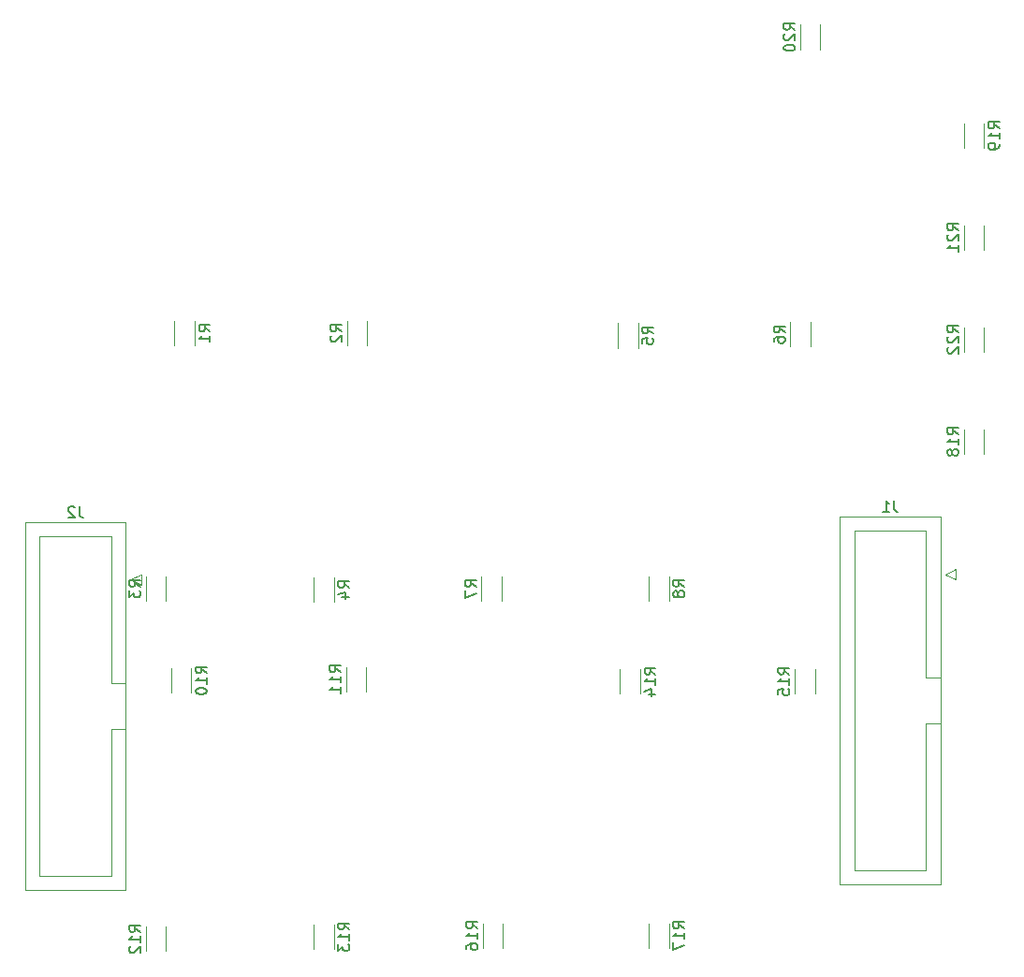
<source format=gbr>
%TF.GenerationSoftware,KiCad,Pcbnew,5.1.5+dfsg1-2build2*%
%TF.CreationDate,2020-08-29T23:52:12+02:00*%
%TF.ProjectId,sequencer-pcb,73657175-656e-4636-9572-2d7063622e6b,rev?*%
%TF.SameCoordinates,Original*%
%TF.FileFunction,Legend,Bot*%
%TF.FilePolarity,Positive*%
%FSLAX46Y46*%
G04 Gerber Fmt 4.6, Leading zero omitted, Abs format (unit mm)*
G04 Created by KiCad (PCBNEW 5.1.5+dfsg1-2build2) date 2020-08-29 23:52:12*
%MOMM*%
%LPD*%
G04 APERTURE LIST*
%ADD10C,0.120000*%
%ADD11C,0.150000*%
G04 APERTURE END LIST*
D10*
%TO.C,J2*%
X111390000Y-97790000D02*
X102270000Y-97790000D01*
X102270000Y-97790000D02*
X102270000Y-131070000D01*
X102270000Y-131070000D02*
X111390000Y-131070000D01*
X111390000Y-131070000D02*
X111390000Y-97790000D01*
X111390000Y-112380000D02*
X110080000Y-112380000D01*
X110080000Y-112380000D02*
X110080000Y-99090000D01*
X110080000Y-99090000D02*
X103580000Y-99090000D01*
X103580000Y-99090000D02*
X103580000Y-129770000D01*
X103580000Y-129770000D02*
X110080000Y-129770000D01*
X110080000Y-129770000D02*
X110080000Y-116480000D01*
X110080000Y-116480000D02*
X110080000Y-116480000D01*
X110080000Y-116480000D02*
X111390000Y-116480000D01*
X111780000Y-103000000D02*
X112780000Y-102500000D01*
X112780000Y-102500000D02*
X112780000Y-103500000D01*
X112780000Y-103500000D02*
X111780000Y-103000000D01*
%TO.C,J1*%
X186476000Y-103002000D02*
X185476000Y-102502000D01*
X186476000Y-102002000D02*
X186476000Y-103002000D01*
X185476000Y-102502000D02*
X186476000Y-102002000D01*
X183776000Y-115982000D02*
X185086000Y-115982000D01*
X183776000Y-115982000D02*
X183776000Y-115982000D01*
X183776000Y-129272000D02*
X183776000Y-115982000D01*
X177276000Y-129272000D02*
X183776000Y-129272000D01*
X177276000Y-98592000D02*
X177276000Y-129272000D01*
X183776000Y-98592000D02*
X177276000Y-98592000D01*
X183776000Y-111882000D02*
X183776000Y-98592000D01*
X185086000Y-111882000D02*
X183776000Y-111882000D01*
X185086000Y-130572000D02*
X185086000Y-97292000D01*
X175966000Y-130572000D02*
X185086000Y-130572000D01*
X175966000Y-97292000D02*
X175966000Y-130572000D01*
X185086000Y-97292000D02*
X175966000Y-97292000D01*
%TO.C,R15*%
X171890000Y-111088748D02*
X171890000Y-113311252D01*
X173710000Y-111088748D02*
X173710000Y-113311252D01*
%TO.C,R22*%
X189010000Y-80155414D02*
X189010000Y-82377918D01*
X187190000Y-80155414D02*
X187190000Y-82377918D01*
%TO.C,R21*%
X189010000Y-70922081D02*
X189010000Y-73144585D01*
X187190000Y-70922081D02*
X187190000Y-73144585D01*
%TO.C,R20*%
X174210000Y-52788748D02*
X174210000Y-55011252D01*
X172390000Y-52788748D02*
X172390000Y-55011252D01*
%TO.C,R19*%
X187190000Y-63911252D02*
X187190000Y-61688748D01*
X189010000Y-63911252D02*
X189010000Y-61688748D01*
%TO.C,R18*%
X189010000Y-89388748D02*
X189010000Y-91611252D01*
X187190000Y-89388748D02*
X187190000Y-91611252D01*
%TO.C,R17*%
X160510000Y-136311252D02*
X160510000Y-134088748D01*
X158690000Y-136311252D02*
X158690000Y-134088748D01*
%TO.C,R16*%
X143690000Y-134088748D02*
X143690000Y-136311252D01*
X145510000Y-134088748D02*
X145510000Y-136311252D01*
%TO.C,R14*%
X157910000Y-113311252D02*
X157910000Y-111088748D01*
X156090000Y-113311252D02*
X156090000Y-111088748D01*
%TO.C,R13*%
X128390000Y-136411252D02*
X128390000Y-134188748D01*
X130210000Y-136411252D02*
X130210000Y-134188748D01*
%TO.C,R12*%
X113190000Y-134388748D02*
X113190000Y-136611252D01*
X115010000Y-134388748D02*
X115010000Y-136611252D01*
%TO.C,R11*%
X131290000Y-110888748D02*
X131290000Y-113111252D01*
X133110000Y-110888748D02*
X133110000Y-113111252D01*
%TO.C,R10*%
X117310000Y-113211252D02*
X117310000Y-110988748D01*
X115490000Y-113211252D02*
X115490000Y-110988748D01*
%TO.C,R8*%
X160510000Y-104911252D02*
X160510000Y-102688748D01*
X158690000Y-104911252D02*
X158690000Y-102688748D01*
%TO.C,R7*%
X145368000Y-102688748D02*
X145368000Y-104911252D01*
X143548000Y-102688748D02*
X143548000Y-104911252D01*
%TO.C,R6*%
X173310000Y-79688748D02*
X173310000Y-81911252D01*
X171490000Y-79688748D02*
X171490000Y-81911252D01*
%TO.C,R5*%
X157710000Y-82011252D02*
X157710000Y-79788748D01*
X155890000Y-82011252D02*
X155890000Y-79788748D01*
%TO.C,R4*%
X130210000Y-105011252D02*
X130210000Y-102788748D01*
X128390000Y-105011252D02*
X128390000Y-102788748D01*
%TO.C,R3*%
X113190000Y-102688748D02*
X113190000Y-104911252D01*
X115010000Y-102688748D02*
X115010000Y-104911252D01*
%TO.C,R2*%
X131390000Y-79588748D02*
X131390000Y-81811252D01*
X133210000Y-79588748D02*
X133210000Y-81811252D01*
%TO.C,R1*%
X117610000Y-81811252D02*
X117610000Y-79588748D01*
X115790000Y-81811252D02*
X115790000Y-79588748D01*
%TO.C,J2*%
D11*
X107163333Y-96352380D02*
X107163333Y-97066666D01*
X107210952Y-97209523D01*
X107306190Y-97304761D01*
X107449047Y-97352380D01*
X107544285Y-97352380D01*
X106734761Y-96447619D02*
X106687142Y-96400000D01*
X106591904Y-96352380D01*
X106353809Y-96352380D01*
X106258571Y-96400000D01*
X106210952Y-96447619D01*
X106163333Y-96542857D01*
X106163333Y-96638095D01*
X106210952Y-96780952D01*
X106782380Y-97352380D01*
X106163333Y-97352380D01*
%TO.C,J1*%
X180859333Y-95854380D02*
X180859333Y-96568666D01*
X180906952Y-96711523D01*
X181002190Y-96806761D01*
X181145047Y-96854380D01*
X181240285Y-96854380D01*
X179859333Y-96854380D02*
X180430761Y-96854380D01*
X180145047Y-96854380D02*
X180145047Y-95854380D01*
X180240285Y-95997238D01*
X180335523Y-96092476D01*
X180430761Y-96140095D01*
%TO.C,R15*%
X171402380Y-111557142D02*
X170926190Y-111223809D01*
X171402380Y-110985714D02*
X170402380Y-110985714D01*
X170402380Y-111366666D01*
X170450000Y-111461904D01*
X170497619Y-111509523D01*
X170592857Y-111557142D01*
X170735714Y-111557142D01*
X170830952Y-111509523D01*
X170878571Y-111461904D01*
X170926190Y-111366666D01*
X170926190Y-110985714D01*
X171402380Y-112509523D02*
X171402380Y-111938095D01*
X171402380Y-112223809D02*
X170402380Y-112223809D01*
X170545238Y-112128571D01*
X170640476Y-112033333D01*
X170688095Y-111938095D01*
X170402380Y-113414285D02*
X170402380Y-112938095D01*
X170878571Y-112890476D01*
X170830952Y-112938095D01*
X170783333Y-113033333D01*
X170783333Y-113271428D01*
X170830952Y-113366666D01*
X170878571Y-113414285D01*
X170973809Y-113461904D01*
X171211904Y-113461904D01*
X171307142Y-113414285D01*
X171354761Y-113366666D01*
X171402380Y-113271428D01*
X171402380Y-113033333D01*
X171354761Y-112938095D01*
X171307142Y-112890476D01*
%TO.C,R22*%
X186702380Y-80623808D02*
X186226190Y-80290475D01*
X186702380Y-80052380D02*
X185702380Y-80052380D01*
X185702380Y-80433332D01*
X185750000Y-80528570D01*
X185797619Y-80576189D01*
X185892857Y-80623808D01*
X186035714Y-80623808D01*
X186130952Y-80576189D01*
X186178571Y-80528570D01*
X186226190Y-80433332D01*
X186226190Y-80052380D01*
X185797619Y-81004761D02*
X185750000Y-81052380D01*
X185702380Y-81147618D01*
X185702380Y-81385713D01*
X185750000Y-81480951D01*
X185797619Y-81528570D01*
X185892857Y-81576189D01*
X185988095Y-81576189D01*
X186130952Y-81528570D01*
X186702380Y-80957142D01*
X186702380Y-81576189D01*
X185797619Y-81957142D02*
X185750000Y-82004761D01*
X185702380Y-82099999D01*
X185702380Y-82338094D01*
X185750000Y-82433332D01*
X185797619Y-82480951D01*
X185892857Y-82528570D01*
X185988095Y-82528570D01*
X186130952Y-82480951D01*
X186702380Y-81909523D01*
X186702380Y-82528570D01*
%TO.C,R21*%
X186702380Y-71390475D02*
X186226190Y-71057142D01*
X186702380Y-70819047D02*
X185702380Y-70819047D01*
X185702380Y-71199999D01*
X185750000Y-71295237D01*
X185797619Y-71342856D01*
X185892857Y-71390475D01*
X186035714Y-71390475D01*
X186130952Y-71342856D01*
X186178571Y-71295237D01*
X186226190Y-71199999D01*
X186226190Y-70819047D01*
X185797619Y-71771428D02*
X185750000Y-71819047D01*
X185702380Y-71914285D01*
X185702380Y-72152380D01*
X185750000Y-72247618D01*
X185797619Y-72295237D01*
X185892857Y-72342856D01*
X185988095Y-72342856D01*
X186130952Y-72295237D01*
X186702380Y-71723809D01*
X186702380Y-72342856D01*
X186702380Y-73295237D02*
X186702380Y-72723809D01*
X186702380Y-73009523D02*
X185702380Y-73009523D01*
X185845238Y-72914285D01*
X185940476Y-72819047D01*
X185988095Y-72723809D01*
%TO.C,R20*%
X171902380Y-53257142D02*
X171426190Y-52923809D01*
X171902380Y-52685714D02*
X170902380Y-52685714D01*
X170902380Y-53066666D01*
X170950000Y-53161904D01*
X170997619Y-53209523D01*
X171092857Y-53257142D01*
X171235714Y-53257142D01*
X171330952Y-53209523D01*
X171378571Y-53161904D01*
X171426190Y-53066666D01*
X171426190Y-52685714D01*
X170997619Y-53638095D02*
X170950000Y-53685714D01*
X170902380Y-53780952D01*
X170902380Y-54019047D01*
X170950000Y-54114285D01*
X170997619Y-54161904D01*
X171092857Y-54209523D01*
X171188095Y-54209523D01*
X171330952Y-54161904D01*
X171902380Y-53590476D01*
X171902380Y-54209523D01*
X170902380Y-54828571D02*
X170902380Y-54923809D01*
X170950000Y-55019047D01*
X170997619Y-55066666D01*
X171092857Y-55114285D01*
X171283333Y-55161904D01*
X171521428Y-55161904D01*
X171711904Y-55114285D01*
X171807142Y-55066666D01*
X171854761Y-55019047D01*
X171902380Y-54923809D01*
X171902380Y-54828571D01*
X171854761Y-54733333D01*
X171807142Y-54685714D01*
X171711904Y-54638095D01*
X171521428Y-54590476D01*
X171283333Y-54590476D01*
X171092857Y-54638095D01*
X170997619Y-54685714D01*
X170950000Y-54733333D01*
X170902380Y-54828571D01*
%TO.C,R19*%
X190402380Y-62157142D02*
X189926190Y-61823809D01*
X190402380Y-61585714D02*
X189402380Y-61585714D01*
X189402380Y-61966666D01*
X189450000Y-62061904D01*
X189497619Y-62109523D01*
X189592857Y-62157142D01*
X189735714Y-62157142D01*
X189830952Y-62109523D01*
X189878571Y-62061904D01*
X189926190Y-61966666D01*
X189926190Y-61585714D01*
X190402380Y-63109523D02*
X190402380Y-62538095D01*
X190402380Y-62823809D02*
X189402380Y-62823809D01*
X189545238Y-62728571D01*
X189640476Y-62633333D01*
X189688095Y-62538095D01*
X190402380Y-63585714D02*
X190402380Y-63776190D01*
X190354761Y-63871428D01*
X190307142Y-63919047D01*
X190164285Y-64014285D01*
X189973809Y-64061904D01*
X189592857Y-64061904D01*
X189497619Y-64014285D01*
X189450000Y-63966666D01*
X189402380Y-63871428D01*
X189402380Y-63680952D01*
X189450000Y-63585714D01*
X189497619Y-63538095D01*
X189592857Y-63490476D01*
X189830952Y-63490476D01*
X189926190Y-63538095D01*
X189973809Y-63585714D01*
X190021428Y-63680952D01*
X190021428Y-63871428D01*
X189973809Y-63966666D01*
X189926190Y-64014285D01*
X189830952Y-64061904D01*
%TO.C,R18*%
X186702380Y-89857142D02*
X186226190Y-89523809D01*
X186702380Y-89285714D02*
X185702380Y-89285714D01*
X185702380Y-89666666D01*
X185750000Y-89761904D01*
X185797619Y-89809523D01*
X185892857Y-89857142D01*
X186035714Y-89857142D01*
X186130952Y-89809523D01*
X186178571Y-89761904D01*
X186226190Y-89666666D01*
X186226190Y-89285714D01*
X186702380Y-90809523D02*
X186702380Y-90238095D01*
X186702380Y-90523809D02*
X185702380Y-90523809D01*
X185845238Y-90428571D01*
X185940476Y-90333333D01*
X185988095Y-90238095D01*
X186130952Y-91380952D02*
X186083333Y-91285714D01*
X186035714Y-91238095D01*
X185940476Y-91190476D01*
X185892857Y-91190476D01*
X185797619Y-91238095D01*
X185750000Y-91285714D01*
X185702380Y-91380952D01*
X185702380Y-91571428D01*
X185750000Y-91666666D01*
X185797619Y-91714285D01*
X185892857Y-91761904D01*
X185940476Y-91761904D01*
X186035714Y-91714285D01*
X186083333Y-91666666D01*
X186130952Y-91571428D01*
X186130952Y-91380952D01*
X186178571Y-91285714D01*
X186226190Y-91238095D01*
X186321428Y-91190476D01*
X186511904Y-91190476D01*
X186607142Y-91238095D01*
X186654761Y-91285714D01*
X186702380Y-91380952D01*
X186702380Y-91571428D01*
X186654761Y-91666666D01*
X186607142Y-91714285D01*
X186511904Y-91761904D01*
X186321428Y-91761904D01*
X186226190Y-91714285D01*
X186178571Y-91666666D01*
X186130952Y-91571428D01*
%TO.C,R17*%
X161902380Y-134557142D02*
X161426190Y-134223809D01*
X161902380Y-133985714D02*
X160902380Y-133985714D01*
X160902380Y-134366666D01*
X160950000Y-134461904D01*
X160997619Y-134509523D01*
X161092857Y-134557142D01*
X161235714Y-134557142D01*
X161330952Y-134509523D01*
X161378571Y-134461904D01*
X161426190Y-134366666D01*
X161426190Y-133985714D01*
X161902380Y-135509523D02*
X161902380Y-134938095D01*
X161902380Y-135223809D02*
X160902380Y-135223809D01*
X161045238Y-135128571D01*
X161140476Y-135033333D01*
X161188095Y-134938095D01*
X160902380Y-135842857D02*
X160902380Y-136509523D01*
X161902380Y-136080952D01*
%TO.C,R16*%
X143202380Y-134557142D02*
X142726190Y-134223809D01*
X143202380Y-133985714D02*
X142202380Y-133985714D01*
X142202380Y-134366666D01*
X142250000Y-134461904D01*
X142297619Y-134509523D01*
X142392857Y-134557142D01*
X142535714Y-134557142D01*
X142630952Y-134509523D01*
X142678571Y-134461904D01*
X142726190Y-134366666D01*
X142726190Y-133985714D01*
X143202380Y-135509523D02*
X143202380Y-134938095D01*
X143202380Y-135223809D02*
X142202380Y-135223809D01*
X142345238Y-135128571D01*
X142440476Y-135033333D01*
X142488095Y-134938095D01*
X142202380Y-136366666D02*
X142202380Y-136176190D01*
X142250000Y-136080952D01*
X142297619Y-136033333D01*
X142440476Y-135938095D01*
X142630952Y-135890476D01*
X143011904Y-135890476D01*
X143107142Y-135938095D01*
X143154761Y-135985714D01*
X143202380Y-136080952D01*
X143202380Y-136271428D01*
X143154761Y-136366666D01*
X143107142Y-136414285D01*
X143011904Y-136461904D01*
X142773809Y-136461904D01*
X142678571Y-136414285D01*
X142630952Y-136366666D01*
X142583333Y-136271428D01*
X142583333Y-136080952D01*
X142630952Y-135985714D01*
X142678571Y-135938095D01*
X142773809Y-135890476D01*
%TO.C,R14*%
X159302380Y-111557142D02*
X158826190Y-111223809D01*
X159302380Y-110985714D02*
X158302380Y-110985714D01*
X158302380Y-111366666D01*
X158350000Y-111461904D01*
X158397619Y-111509523D01*
X158492857Y-111557142D01*
X158635714Y-111557142D01*
X158730952Y-111509523D01*
X158778571Y-111461904D01*
X158826190Y-111366666D01*
X158826190Y-110985714D01*
X159302380Y-112509523D02*
X159302380Y-111938095D01*
X159302380Y-112223809D02*
X158302380Y-112223809D01*
X158445238Y-112128571D01*
X158540476Y-112033333D01*
X158588095Y-111938095D01*
X158635714Y-113366666D02*
X159302380Y-113366666D01*
X158254761Y-113128571D02*
X158969047Y-112890476D01*
X158969047Y-113509523D01*
%TO.C,R13*%
X131602380Y-134657142D02*
X131126190Y-134323809D01*
X131602380Y-134085714D02*
X130602380Y-134085714D01*
X130602380Y-134466666D01*
X130650000Y-134561904D01*
X130697619Y-134609523D01*
X130792857Y-134657142D01*
X130935714Y-134657142D01*
X131030952Y-134609523D01*
X131078571Y-134561904D01*
X131126190Y-134466666D01*
X131126190Y-134085714D01*
X131602380Y-135609523D02*
X131602380Y-135038095D01*
X131602380Y-135323809D02*
X130602380Y-135323809D01*
X130745238Y-135228571D01*
X130840476Y-135133333D01*
X130888095Y-135038095D01*
X130602380Y-135942857D02*
X130602380Y-136561904D01*
X130983333Y-136228571D01*
X130983333Y-136371428D01*
X131030952Y-136466666D01*
X131078571Y-136514285D01*
X131173809Y-136561904D01*
X131411904Y-136561904D01*
X131507142Y-136514285D01*
X131554761Y-136466666D01*
X131602380Y-136371428D01*
X131602380Y-136085714D01*
X131554761Y-135990476D01*
X131507142Y-135942857D01*
%TO.C,R12*%
X112702380Y-134857142D02*
X112226190Y-134523809D01*
X112702380Y-134285714D02*
X111702380Y-134285714D01*
X111702380Y-134666666D01*
X111750000Y-134761904D01*
X111797619Y-134809523D01*
X111892857Y-134857142D01*
X112035714Y-134857142D01*
X112130952Y-134809523D01*
X112178571Y-134761904D01*
X112226190Y-134666666D01*
X112226190Y-134285714D01*
X112702380Y-135809523D02*
X112702380Y-135238095D01*
X112702380Y-135523809D02*
X111702380Y-135523809D01*
X111845238Y-135428571D01*
X111940476Y-135333333D01*
X111988095Y-135238095D01*
X111797619Y-136190476D02*
X111750000Y-136238095D01*
X111702380Y-136333333D01*
X111702380Y-136571428D01*
X111750000Y-136666666D01*
X111797619Y-136714285D01*
X111892857Y-136761904D01*
X111988095Y-136761904D01*
X112130952Y-136714285D01*
X112702380Y-136142857D01*
X112702380Y-136761904D01*
%TO.C,R11*%
X130802380Y-111357142D02*
X130326190Y-111023809D01*
X130802380Y-110785714D02*
X129802380Y-110785714D01*
X129802380Y-111166666D01*
X129850000Y-111261904D01*
X129897619Y-111309523D01*
X129992857Y-111357142D01*
X130135714Y-111357142D01*
X130230952Y-111309523D01*
X130278571Y-111261904D01*
X130326190Y-111166666D01*
X130326190Y-110785714D01*
X130802380Y-112309523D02*
X130802380Y-111738095D01*
X130802380Y-112023809D02*
X129802380Y-112023809D01*
X129945238Y-111928571D01*
X130040476Y-111833333D01*
X130088095Y-111738095D01*
X130802380Y-113261904D02*
X130802380Y-112690476D01*
X130802380Y-112976190D02*
X129802380Y-112976190D01*
X129945238Y-112880952D01*
X130040476Y-112785714D01*
X130088095Y-112690476D01*
%TO.C,R10*%
X118702380Y-111457142D02*
X118226190Y-111123809D01*
X118702380Y-110885714D02*
X117702380Y-110885714D01*
X117702380Y-111266666D01*
X117750000Y-111361904D01*
X117797619Y-111409523D01*
X117892857Y-111457142D01*
X118035714Y-111457142D01*
X118130952Y-111409523D01*
X118178571Y-111361904D01*
X118226190Y-111266666D01*
X118226190Y-110885714D01*
X118702380Y-112409523D02*
X118702380Y-111838095D01*
X118702380Y-112123809D02*
X117702380Y-112123809D01*
X117845238Y-112028571D01*
X117940476Y-111933333D01*
X117988095Y-111838095D01*
X117702380Y-113028571D02*
X117702380Y-113123809D01*
X117750000Y-113219047D01*
X117797619Y-113266666D01*
X117892857Y-113314285D01*
X118083333Y-113361904D01*
X118321428Y-113361904D01*
X118511904Y-113314285D01*
X118607142Y-113266666D01*
X118654761Y-113219047D01*
X118702380Y-113123809D01*
X118702380Y-113028571D01*
X118654761Y-112933333D01*
X118607142Y-112885714D01*
X118511904Y-112838095D01*
X118321428Y-112790476D01*
X118083333Y-112790476D01*
X117892857Y-112838095D01*
X117797619Y-112885714D01*
X117750000Y-112933333D01*
X117702380Y-113028571D01*
%TO.C,R8*%
X161902380Y-103633333D02*
X161426190Y-103300000D01*
X161902380Y-103061904D02*
X160902380Y-103061904D01*
X160902380Y-103442857D01*
X160950000Y-103538095D01*
X160997619Y-103585714D01*
X161092857Y-103633333D01*
X161235714Y-103633333D01*
X161330952Y-103585714D01*
X161378571Y-103538095D01*
X161426190Y-103442857D01*
X161426190Y-103061904D01*
X161330952Y-104204761D02*
X161283333Y-104109523D01*
X161235714Y-104061904D01*
X161140476Y-104014285D01*
X161092857Y-104014285D01*
X160997619Y-104061904D01*
X160950000Y-104109523D01*
X160902380Y-104204761D01*
X160902380Y-104395238D01*
X160950000Y-104490476D01*
X160997619Y-104538095D01*
X161092857Y-104585714D01*
X161140476Y-104585714D01*
X161235714Y-104538095D01*
X161283333Y-104490476D01*
X161330952Y-104395238D01*
X161330952Y-104204761D01*
X161378571Y-104109523D01*
X161426190Y-104061904D01*
X161521428Y-104014285D01*
X161711904Y-104014285D01*
X161807142Y-104061904D01*
X161854761Y-104109523D01*
X161902380Y-104204761D01*
X161902380Y-104395238D01*
X161854761Y-104490476D01*
X161807142Y-104538095D01*
X161711904Y-104585714D01*
X161521428Y-104585714D01*
X161426190Y-104538095D01*
X161378571Y-104490476D01*
X161330952Y-104395238D01*
%TO.C,R7*%
X143060380Y-103633333D02*
X142584190Y-103300000D01*
X143060380Y-103061904D02*
X142060380Y-103061904D01*
X142060380Y-103442857D01*
X142108000Y-103538095D01*
X142155619Y-103585714D01*
X142250857Y-103633333D01*
X142393714Y-103633333D01*
X142488952Y-103585714D01*
X142536571Y-103538095D01*
X142584190Y-103442857D01*
X142584190Y-103061904D01*
X142060380Y-103966666D02*
X142060380Y-104633333D01*
X143060380Y-104204761D01*
%TO.C,R6*%
X171002380Y-80633333D02*
X170526190Y-80300000D01*
X171002380Y-80061904D02*
X170002380Y-80061904D01*
X170002380Y-80442857D01*
X170050000Y-80538095D01*
X170097619Y-80585714D01*
X170192857Y-80633333D01*
X170335714Y-80633333D01*
X170430952Y-80585714D01*
X170478571Y-80538095D01*
X170526190Y-80442857D01*
X170526190Y-80061904D01*
X170002380Y-81490476D02*
X170002380Y-81300000D01*
X170050000Y-81204761D01*
X170097619Y-81157142D01*
X170240476Y-81061904D01*
X170430952Y-81014285D01*
X170811904Y-81014285D01*
X170907142Y-81061904D01*
X170954761Y-81109523D01*
X171002380Y-81204761D01*
X171002380Y-81395238D01*
X170954761Y-81490476D01*
X170907142Y-81538095D01*
X170811904Y-81585714D01*
X170573809Y-81585714D01*
X170478571Y-81538095D01*
X170430952Y-81490476D01*
X170383333Y-81395238D01*
X170383333Y-81204761D01*
X170430952Y-81109523D01*
X170478571Y-81061904D01*
X170573809Y-81014285D01*
%TO.C,R5*%
X159102380Y-80733333D02*
X158626190Y-80400000D01*
X159102380Y-80161904D02*
X158102380Y-80161904D01*
X158102380Y-80542857D01*
X158150000Y-80638095D01*
X158197619Y-80685714D01*
X158292857Y-80733333D01*
X158435714Y-80733333D01*
X158530952Y-80685714D01*
X158578571Y-80638095D01*
X158626190Y-80542857D01*
X158626190Y-80161904D01*
X158102380Y-81638095D02*
X158102380Y-81161904D01*
X158578571Y-81114285D01*
X158530952Y-81161904D01*
X158483333Y-81257142D01*
X158483333Y-81495238D01*
X158530952Y-81590476D01*
X158578571Y-81638095D01*
X158673809Y-81685714D01*
X158911904Y-81685714D01*
X159007142Y-81638095D01*
X159054761Y-81590476D01*
X159102380Y-81495238D01*
X159102380Y-81257142D01*
X159054761Y-81161904D01*
X159007142Y-81114285D01*
%TO.C,R4*%
X131602380Y-103733333D02*
X131126190Y-103400000D01*
X131602380Y-103161904D02*
X130602380Y-103161904D01*
X130602380Y-103542857D01*
X130650000Y-103638095D01*
X130697619Y-103685714D01*
X130792857Y-103733333D01*
X130935714Y-103733333D01*
X131030952Y-103685714D01*
X131078571Y-103638095D01*
X131126190Y-103542857D01*
X131126190Y-103161904D01*
X130935714Y-104590476D02*
X131602380Y-104590476D01*
X130554761Y-104352380D02*
X131269047Y-104114285D01*
X131269047Y-104733333D01*
%TO.C,R3*%
X112702380Y-103633333D02*
X112226190Y-103300000D01*
X112702380Y-103061904D02*
X111702380Y-103061904D01*
X111702380Y-103442857D01*
X111750000Y-103538095D01*
X111797619Y-103585714D01*
X111892857Y-103633333D01*
X112035714Y-103633333D01*
X112130952Y-103585714D01*
X112178571Y-103538095D01*
X112226190Y-103442857D01*
X112226190Y-103061904D01*
X111702380Y-103966666D02*
X111702380Y-104585714D01*
X112083333Y-104252380D01*
X112083333Y-104395238D01*
X112130952Y-104490476D01*
X112178571Y-104538095D01*
X112273809Y-104585714D01*
X112511904Y-104585714D01*
X112607142Y-104538095D01*
X112654761Y-104490476D01*
X112702380Y-104395238D01*
X112702380Y-104109523D01*
X112654761Y-104014285D01*
X112607142Y-103966666D01*
%TO.C,R2*%
X130902380Y-80533333D02*
X130426190Y-80200000D01*
X130902380Y-79961904D02*
X129902380Y-79961904D01*
X129902380Y-80342857D01*
X129950000Y-80438095D01*
X129997619Y-80485714D01*
X130092857Y-80533333D01*
X130235714Y-80533333D01*
X130330952Y-80485714D01*
X130378571Y-80438095D01*
X130426190Y-80342857D01*
X130426190Y-79961904D01*
X129997619Y-80914285D02*
X129950000Y-80961904D01*
X129902380Y-81057142D01*
X129902380Y-81295238D01*
X129950000Y-81390476D01*
X129997619Y-81438095D01*
X130092857Y-81485714D01*
X130188095Y-81485714D01*
X130330952Y-81438095D01*
X130902380Y-80866666D01*
X130902380Y-81485714D01*
%TO.C,R1*%
X119002380Y-80533333D02*
X118526190Y-80200000D01*
X119002380Y-79961904D02*
X118002380Y-79961904D01*
X118002380Y-80342857D01*
X118050000Y-80438095D01*
X118097619Y-80485714D01*
X118192857Y-80533333D01*
X118335714Y-80533333D01*
X118430952Y-80485714D01*
X118478571Y-80438095D01*
X118526190Y-80342857D01*
X118526190Y-79961904D01*
X119002380Y-81485714D02*
X119002380Y-80914285D01*
X119002380Y-81200000D02*
X118002380Y-81200000D01*
X118145238Y-81104761D01*
X118240476Y-81009523D01*
X118288095Y-80914285D01*
%TD*%
M02*

</source>
